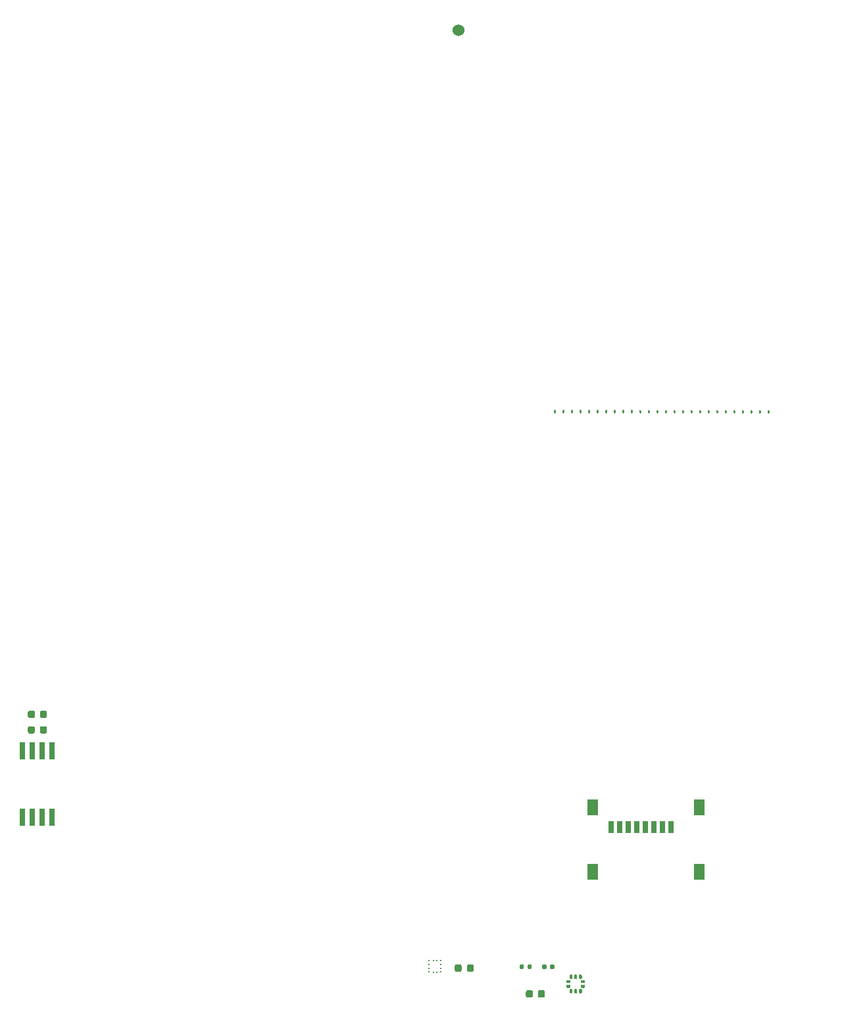
<source format=gbp>
G04 #@! TF.GenerationSoftware,KiCad,Pcbnew,(5.99.0-11164-g062c4fda62)*
G04 #@! TF.CreationDate,2021-07-14T15:35:42+03:00*
G04 #@! TF.ProjectId,hellen88bmw,68656c6c-656e-4383-9862-6d772e6b6963,rev?*
G04 #@! TF.SameCoordinates,PX3d1b110PY9269338*
G04 #@! TF.FileFunction,Paste,Bot*
G04 #@! TF.FilePolarity,Positive*
%FSLAX46Y46*%
G04 Gerber Fmt 4.6, Leading zero omitted, Abs format (unit mm)*
G04 Created by KiCad (PCBNEW (5.99.0-11164-g062c4fda62)) date 2021-07-14 15:35:42*
%MOMM*%
%LPD*%
G01*
G04 APERTURE LIST*
%ADD10C,1.524000*%
%ADD11O,0.000001X0.000001*%
%ADD12R,0.800000X1.500000*%
%ADD13R,1.450000X2.000000*%
%ADD14R,0.640000X2.160000*%
%ADD15R,0.275000X0.250000*%
%ADD16R,0.250000X0.275000*%
G04 APERTURE END LIST*
D10*
G04 #@! TO.C,\u002Aref1*
X74892400Y112356400D03*
G04 #@! TD*
G04 #@! TO.C,M7*
G36*
G01*
X114651002Y63110687D02*
X114651002Y63360687D01*
G75*
G02*
X114776002Y63485687I125000J0D01*
G01*
X114776002Y63485687D01*
G75*
G02*
X114901002Y63360687I0J-125000D01*
G01*
X114901002Y63110687D01*
G75*
G02*
X114776002Y62985687I-125000J0D01*
G01*
X114776002Y62985687D01*
G75*
G02*
X114651002Y63110687I0J125000D01*
G01*
G37*
G36*
G01*
X113800998Y63360687D02*
X113800998Y63110687D01*
G75*
G02*
X113675998Y62985687I-125000J0D01*
G01*
X113675998Y62985687D01*
G75*
G02*
X113550998Y63110687I0J125000D01*
G01*
X113550998Y63360687D01*
G75*
G02*
X113675998Y63485687I125000J0D01*
G01*
X113675998Y63485687D01*
G75*
G02*
X113800998Y63360687I0J-125000D01*
G01*
G37*
G36*
G01*
X112700997Y63360687D02*
X112700997Y63110687D01*
G75*
G02*
X112575997Y62985687I-125000J0D01*
G01*
X112575997Y62985687D01*
G75*
G02*
X112450997Y63110687I0J125000D01*
G01*
X112450997Y63360687D01*
G75*
G02*
X112575997Y63485687I125000J0D01*
G01*
X112575997Y63485687D01*
G75*
G02*
X112700997Y63360687I0J-125000D01*
G01*
G37*
G36*
G01*
X111601000Y63360687D02*
X111601000Y63110687D01*
G75*
G02*
X111476000Y62985687I-125000J0D01*
G01*
X111476000Y62985687D01*
G75*
G02*
X111351000Y63110687I0J125000D01*
G01*
X111351000Y63360687D01*
G75*
G02*
X111476000Y63485687I125000J0D01*
G01*
X111476000Y63485687D01*
G75*
G02*
X111601000Y63360687I0J-125000D01*
G01*
G37*
G36*
G01*
X110501002Y63360687D02*
X110501002Y63110687D01*
G75*
G02*
X110376002Y62985687I-125000J0D01*
G01*
X110376002Y62985687D01*
G75*
G02*
X110251002Y63110687I0J125000D01*
G01*
X110251002Y63360687D01*
G75*
G02*
X110376002Y63485687I125000J0D01*
G01*
X110376002Y63485687D01*
G75*
G02*
X110501002Y63360687I0J-125000D01*
G01*
G37*
G36*
G01*
X109401004Y63360687D02*
X109401004Y63110687D01*
G75*
G02*
X109276004Y62985687I-125000J0D01*
G01*
X109276004Y62985687D01*
G75*
G02*
X109151004Y63110687I0J125000D01*
G01*
X109151004Y63360687D01*
G75*
G02*
X109276004Y63485687I125000J0D01*
G01*
X109276004Y63485687D01*
G75*
G02*
X109401004Y63360687I0J-125000D01*
G01*
G37*
G36*
G01*
X108301006Y63360687D02*
X108301006Y63110687D01*
G75*
G02*
X108176006Y62985687I-125000J0D01*
G01*
X108176006Y62985687D01*
G75*
G02*
X108051006Y63110687I0J125000D01*
G01*
X108051006Y63360687D01*
G75*
G02*
X108176006Y63485687I125000J0D01*
G01*
X108176006Y63485687D01*
G75*
G02*
X108301006Y63360687I0J-125000D01*
G01*
G37*
G36*
G01*
X107201008Y63360687D02*
X107201008Y63110687D01*
G75*
G02*
X107076008Y62985687I-125000J0D01*
G01*
X107076008Y62985687D01*
G75*
G02*
X106951008Y63110687I0J125000D01*
G01*
X106951008Y63360687D01*
G75*
G02*
X107076008Y63485687I125000J0D01*
G01*
X107076008Y63485687D01*
G75*
G02*
X107201008Y63360687I0J-125000D01*
G01*
G37*
G36*
G01*
X106101011Y63360687D02*
X106101011Y63110687D01*
G75*
G02*
X105976011Y62985687I-125000J0D01*
G01*
X105976011Y62985687D01*
G75*
G02*
X105851011Y63110687I0J125000D01*
G01*
X105851011Y63360687D01*
G75*
G02*
X105976011Y63485687I125000J0D01*
G01*
X105976011Y63485687D01*
G75*
G02*
X106101011Y63360687I0J-125000D01*
G01*
G37*
G36*
G01*
X105001013Y63360687D02*
X105001013Y63110687D01*
G75*
G02*
X104876013Y62985687I-125000J0D01*
G01*
X104876013Y62985687D01*
G75*
G02*
X104751013Y63110687I0J125000D01*
G01*
X104751013Y63360687D01*
G75*
G02*
X104876013Y63485687I125000J0D01*
G01*
X104876013Y63485687D01*
G75*
G02*
X105001013Y63360687I0J-125000D01*
G01*
G37*
G36*
G01*
X103901015Y63360687D02*
X103901015Y63110687D01*
G75*
G02*
X103776015Y62985687I-125000J0D01*
G01*
X103776015Y62985687D01*
G75*
G02*
X103651015Y63110687I0J125000D01*
G01*
X103651015Y63360687D01*
G75*
G02*
X103776015Y63485687I125000J0D01*
G01*
X103776015Y63485687D01*
G75*
G02*
X103901015Y63360687I0J-125000D01*
G01*
G37*
G36*
G01*
X102801017Y63360687D02*
X102801017Y63110687D01*
G75*
G02*
X102676017Y62985687I-125000J0D01*
G01*
X102676017Y62985687D01*
G75*
G02*
X102551017Y63110687I0J125000D01*
G01*
X102551017Y63360687D01*
G75*
G02*
X102676017Y63485687I125000J0D01*
G01*
X102676017Y63485687D01*
G75*
G02*
X102801017Y63360687I0J-125000D01*
G01*
G37*
G36*
G01*
X101701019Y63360687D02*
X101701019Y63110687D01*
G75*
G02*
X101576019Y62985687I-125000J0D01*
G01*
X101576019Y62985687D01*
G75*
G02*
X101451019Y63110687I0J125000D01*
G01*
X101451019Y63360687D01*
G75*
G02*
X101576019Y63485687I125000J0D01*
G01*
X101576019Y63485687D01*
G75*
G02*
X101701019Y63360687I0J-125000D01*
G01*
G37*
G36*
G01*
X100601022Y63360687D02*
X100601022Y63110687D01*
G75*
G02*
X100476022Y62985687I-125000J0D01*
G01*
X100476022Y62985687D01*
G75*
G02*
X100351022Y63110687I0J125000D01*
G01*
X100351022Y63360687D01*
G75*
G02*
X100476022Y63485687I125000J0D01*
G01*
X100476022Y63485687D01*
G75*
G02*
X100601022Y63360687I0J-125000D01*
G01*
G37*
G36*
G01*
X99501024Y63360687D02*
X99501024Y63110687D01*
G75*
G02*
X99376024Y62985687I-125000J0D01*
G01*
X99376024Y62985687D01*
G75*
G02*
X99251024Y63110687I0J125000D01*
G01*
X99251024Y63360687D01*
G75*
G02*
X99376024Y63485687I125000J0D01*
G01*
X99376024Y63485687D01*
G75*
G02*
X99501024Y63360687I0J-125000D01*
G01*
G37*
G36*
G01*
X98401026Y63360687D02*
X98401026Y63110687D01*
G75*
G02*
X98276026Y62985687I-125000J0D01*
G01*
X98276026Y62985687D01*
G75*
G02*
X98151026Y63110687I0J125000D01*
G01*
X98151026Y63360687D01*
G75*
G02*
X98276026Y63485687I125000J0D01*
G01*
X98276026Y63485687D01*
G75*
G02*
X98401026Y63360687I0J-125000D01*
G01*
G37*
G36*
G01*
X97301028Y63360687D02*
X97301028Y63110687D01*
G75*
G02*
X97176028Y62985687I-125000J0D01*
G01*
X97176028Y62985687D01*
G75*
G02*
X97051028Y63110687I0J125000D01*
G01*
X97051028Y63360687D01*
G75*
G02*
X97176028Y63485687I125000J0D01*
G01*
X97176028Y63485687D01*
G75*
G02*
X97301028Y63360687I0J-125000D01*
G01*
G37*
G36*
G01*
X96201030Y63360687D02*
X96201030Y63110687D01*
G75*
G02*
X96076030Y62985687I-125000J0D01*
G01*
X96076030Y62985687D01*
G75*
G02*
X95951030Y63110687I0J125000D01*
G01*
X95951030Y63360687D01*
G75*
G02*
X96076030Y63485687I125000J0D01*
G01*
X96076030Y63485687D01*
G75*
G02*
X96201030Y63360687I0J-125000D01*
G01*
G37*
G36*
G01*
X95101033Y63360687D02*
X95101033Y63110687D01*
G75*
G02*
X94976033Y62985687I-125000J0D01*
G01*
X94976033Y62985687D01*
G75*
G02*
X94851033Y63110687I0J125000D01*
G01*
X94851033Y63360687D01*
G75*
G02*
X94976033Y63485687I125000J0D01*
G01*
X94976033Y63485687D01*
G75*
G02*
X95101033Y63360687I0J-125000D01*
G01*
G37*
G36*
G01*
X94001035Y63360687D02*
X94001035Y63110687D01*
G75*
G02*
X93876035Y62985687I-125000J0D01*
G01*
X93876035Y62985687D01*
G75*
G02*
X93751035Y63110687I0J125000D01*
G01*
X93751035Y63360687D01*
G75*
G02*
X93876035Y63485687I125000J0D01*
G01*
X93876035Y63485687D01*
G75*
G02*
X94001035Y63360687I0J-125000D01*
G01*
G37*
G36*
G01*
X92901037Y63360687D02*
X92901037Y63110687D01*
G75*
G02*
X92776037Y62985687I-125000J0D01*
G01*
X92776037Y62985687D01*
G75*
G02*
X92651037Y63110687I0J125000D01*
G01*
X92651037Y63360687D01*
G75*
G02*
X92776037Y63485687I125000J0D01*
G01*
X92776037Y63485687D01*
G75*
G02*
X92901037Y63360687I0J-125000D01*
G01*
G37*
G36*
G01*
X91801039Y63360687D02*
X91801039Y63110687D01*
G75*
G02*
X91676039Y62985687I-125000J0D01*
G01*
X91676039Y62985687D01*
G75*
G02*
X91551039Y63110687I0J125000D01*
G01*
X91551039Y63360687D01*
G75*
G02*
X91676039Y63485687I125000J0D01*
G01*
X91676039Y63485687D01*
G75*
G02*
X91801039Y63360687I0J-125000D01*
G01*
G37*
G36*
G01*
X90701041Y63360687D02*
X90701041Y63110687D01*
G75*
G02*
X90576041Y62985687I-125000J0D01*
G01*
X90576041Y62985687D01*
G75*
G02*
X90451041Y63110687I0J125000D01*
G01*
X90451041Y63360687D01*
G75*
G02*
X90576041Y63485687I125000J0D01*
G01*
X90576041Y63485687D01*
G75*
G02*
X90701041Y63360687I0J-125000D01*
G01*
G37*
G36*
G01*
X89601044Y63360687D02*
X89601044Y63110687D01*
G75*
G02*
X89476044Y62985687I-125000J0D01*
G01*
X89476044Y62985687D01*
G75*
G02*
X89351044Y63110687I0J125000D01*
G01*
X89351044Y63360687D01*
G75*
G02*
X89476044Y63485687I125000J0D01*
G01*
X89476044Y63485687D01*
G75*
G02*
X89601044Y63360687I0J-125000D01*
G01*
G37*
G36*
G01*
X88501046Y63360687D02*
X88501046Y63110687D01*
G75*
G02*
X88376046Y62985687I-125000J0D01*
G01*
X88376046Y62985687D01*
G75*
G02*
X88251046Y63110687I0J125000D01*
G01*
X88251046Y63360687D01*
G75*
G02*
X88376046Y63485687I125000J0D01*
G01*
X88376046Y63485687D01*
G75*
G02*
X88501046Y63360687I0J-125000D01*
G01*
G37*
G36*
G01*
X87401048Y63360687D02*
X87401048Y63110687D01*
G75*
G02*
X87276048Y62985687I-125000J0D01*
G01*
X87276048Y62985687D01*
G75*
G02*
X87151048Y63110687I0J125000D01*
G01*
X87151048Y63360687D01*
G75*
G02*
X87276048Y63485687I125000J0D01*
G01*
X87276048Y63485687D01*
G75*
G02*
X87401048Y63360687I0J-125000D01*
G01*
G37*
G04 #@! TD*
D11*
G04 #@! TO.C,M9*
X48174449Y71321785D03*
X49149461Y71221780D03*
X50019218Y71321785D03*
X50749455Y71321785D03*
X51644218Y71321785D03*
X53719218Y71321785D03*
X54619214Y71321785D03*
X55329456Y71321785D03*
X56349457Y71221785D03*
X57524456Y71221785D03*
X58874455Y71221785D03*
X60049454Y71221785D03*
X60949455Y70291546D03*
X60949455Y69596787D03*
X60949455Y68916547D03*
X60854457Y68096785D03*
X60949455Y66791548D03*
X60854457Y65821783D03*
X60949455Y64546785D03*
X60949455Y63896783D03*
X60854457Y62696783D03*
X60854457Y61621779D03*
X60854457Y60746777D03*
X60949455Y59921785D03*
X60949455Y54071784D03*
G04 #@! TD*
D12*
G04 #@! TO.C,J3*
X102226000Y9723000D03*
X101126000Y9723000D03*
X100026000Y9723000D03*
X98926000Y9723000D03*
X97826000Y9723000D03*
X96726000Y9723000D03*
X95626000Y9723000D03*
X94526000Y9723000D03*
D13*
X92151000Y4023000D03*
X105901000Y4023000D03*
X92151000Y12323000D03*
X105901000Y12323000D03*
G04 #@! TD*
G04 #@! TO.C,C1*
G36*
G01*
X19451000Y24023000D02*
X19451000Y24523000D01*
G75*
G02*
X19676000Y24748000I225000J0D01*
G01*
X20126000Y24748000D01*
G75*
G02*
X20351000Y24523000I0J-225000D01*
G01*
X20351000Y24023000D01*
G75*
G02*
X20126000Y23798000I-225000J0D01*
G01*
X19676000Y23798000D01*
G75*
G02*
X19451000Y24023000I0J225000D01*
G01*
G37*
G36*
G01*
X21001000Y24023000D02*
X21001000Y24523000D01*
G75*
G02*
X21226000Y24748000I225000J0D01*
G01*
X21676000Y24748000D01*
G75*
G02*
X21901000Y24523000I0J-225000D01*
G01*
X21901000Y24023000D01*
G75*
G02*
X21676000Y23798000I-225000J0D01*
G01*
X21226000Y23798000D01*
G75*
G02*
X21001000Y24023000I0J225000D01*
G01*
G37*
G04 #@! TD*
G04 #@! TO.C,C2*
G36*
G01*
X19451000Y22023000D02*
X19451000Y22523000D01*
G75*
G02*
X19676000Y22748000I225000J0D01*
G01*
X20126000Y22748000D01*
G75*
G02*
X20351000Y22523000I0J-225000D01*
G01*
X20351000Y22023000D01*
G75*
G02*
X20126000Y21798000I-225000J0D01*
G01*
X19676000Y21798000D01*
G75*
G02*
X19451000Y22023000I0J225000D01*
G01*
G37*
G36*
G01*
X21001000Y22023000D02*
X21001000Y22523000D01*
G75*
G02*
X21226000Y22748000I225000J0D01*
G01*
X21676000Y22748000D01*
G75*
G02*
X21901000Y22523000I0J-225000D01*
G01*
X21901000Y22023000D01*
G75*
G02*
X21676000Y21798000I-225000J0D01*
G01*
X21226000Y21798000D01*
G75*
G02*
X21001000Y22023000I0J225000D01*
G01*
G37*
G04 #@! TD*
D14*
G04 #@! TO.C,U1*
X18771000Y19543000D03*
X20041000Y19543000D03*
X21311000Y19543000D03*
X22581000Y19543000D03*
X22581000Y11003000D03*
X21311000Y11003000D03*
X20041000Y11003000D03*
X18771000Y11003000D03*
G04 #@! TD*
G04 #@! TO.C,R16*
G36*
G01*
X84301000Y-8042000D02*
X84301000Y-8412000D01*
G75*
G02*
X84166000Y-8547000I-135000J0D01*
G01*
X83896000Y-8547000D01*
G75*
G02*
X83761000Y-8412000I0J135000D01*
G01*
X83761000Y-8042000D01*
G75*
G02*
X83896000Y-7907000I135000J0D01*
G01*
X84166000Y-7907000D01*
G75*
G02*
X84301000Y-8042000I0J-135000D01*
G01*
G37*
G36*
G01*
X83281000Y-8042000D02*
X83281000Y-8412000D01*
G75*
G02*
X83146000Y-8547000I-135000J0D01*
G01*
X82876000Y-8547000D01*
G75*
G02*
X82741000Y-8412000I0J135000D01*
G01*
X82741000Y-8042000D01*
G75*
G02*
X82876000Y-7907000I135000J0D01*
G01*
X83146000Y-7907000D01*
G75*
G02*
X83281000Y-8042000I0J-135000D01*
G01*
G37*
G04 #@! TD*
D15*
G04 #@! TO.C,U3*
X72628976Y-7407000D03*
X72628976Y-7907000D03*
X72628976Y-8407000D03*
X72628976Y-8907000D03*
D16*
X72116476Y-8919500D03*
X71616476Y-8919500D03*
D15*
X71103976Y-8907000D03*
X71103976Y-8407000D03*
X71103976Y-7907000D03*
X71103976Y-7407000D03*
D16*
X71616476Y-7394500D03*
X72116476Y-7394500D03*
G04 #@! TD*
G04 #@! TO.C,R15*
G36*
G01*
X87211000Y-8042000D02*
X87211000Y-8412000D01*
G75*
G02*
X87076000Y-8547000I-135000J0D01*
G01*
X86806000Y-8547000D01*
G75*
G02*
X86671000Y-8412000I0J135000D01*
G01*
X86671000Y-8042000D01*
G75*
G02*
X86806000Y-7907000I135000J0D01*
G01*
X87076000Y-7907000D01*
G75*
G02*
X87211000Y-8042000I0J-135000D01*
G01*
G37*
G36*
G01*
X86191000Y-8042000D02*
X86191000Y-8412000D01*
G75*
G02*
X86056000Y-8547000I-135000J0D01*
G01*
X85786000Y-8547000D01*
G75*
G02*
X85651000Y-8412000I0J135000D01*
G01*
X85651000Y-8042000D01*
G75*
G02*
X85786000Y-7907000I135000J0D01*
G01*
X86056000Y-7907000D01*
G75*
G02*
X86191000Y-8042000I0J-135000D01*
G01*
G37*
G04 #@! TD*
G04 #@! TO.C,C4*
G36*
G01*
X85996000Y-11477000D02*
X85996000Y-11977000D01*
G75*
G02*
X85771000Y-12202000I-225000J0D01*
G01*
X85321000Y-12202000D01*
G75*
G02*
X85096000Y-11977000I0J225000D01*
G01*
X85096000Y-11477000D01*
G75*
G02*
X85321000Y-11252000I225000J0D01*
G01*
X85771000Y-11252000D01*
G75*
G02*
X85996000Y-11477000I0J-225000D01*
G01*
G37*
G36*
G01*
X84446000Y-11477000D02*
X84446000Y-11977000D01*
G75*
G02*
X84221000Y-12202000I-225000J0D01*
G01*
X83771000Y-12202000D01*
G75*
G02*
X83546000Y-11977000I0J225000D01*
G01*
X83546000Y-11477000D01*
G75*
G02*
X83771000Y-11252000I225000J0D01*
G01*
X84221000Y-11252000D01*
G75*
G02*
X84446000Y-11477000I0J-225000D01*
G01*
G37*
G04 #@! TD*
G04 #@! TO.C,C5*
G36*
G01*
X76841476Y-8157000D02*
X76841476Y-8657000D01*
G75*
G02*
X76616476Y-8882000I-225000J0D01*
G01*
X76166476Y-8882000D01*
G75*
G02*
X75941476Y-8657000I0J225000D01*
G01*
X75941476Y-8157000D01*
G75*
G02*
X76166476Y-7932000I225000J0D01*
G01*
X76616476Y-7932000D01*
G75*
G02*
X76841476Y-8157000I0J-225000D01*
G01*
G37*
G36*
G01*
X75291476Y-8157000D02*
X75291476Y-8657000D01*
G75*
G02*
X75066476Y-8882000I-225000J0D01*
G01*
X74616476Y-8882000D01*
G75*
G02*
X74391476Y-8657000I0J225000D01*
G01*
X74391476Y-8157000D01*
G75*
G02*
X74616476Y-7932000I225000J0D01*
G01*
X75066476Y-7932000D01*
G75*
G02*
X75291476Y-8157000I0J-225000D01*
G01*
G37*
G04 #@! TD*
D11*
G04 #@! TO.C,M5*
X98113500Y510476D03*
X121933496Y4460491D03*
X83238498Y3916187D03*
X121933501Y2560490D03*
X84938515Y5918164D03*
G04 #@! TD*
G04 #@! TO.C,U4*
G36*
G01*
X91151000Y-10047000D02*
X91151000Y-10247000D01*
G75*
G02*
X91051000Y-10347000I-100000J0D01*
G01*
X90701000Y-10347000D01*
G75*
G02*
X90601000Y-10247000I0J100000D01*
G01*
X90601000Y-10047000D01*
G75*
G02*
X90701000Y-9947000I100000J0D01*
G01*
X91051000Y-9947000D01*
G75*
G02*
X91151000Y-10047000I0J-100000D01*
G01*
G37*
G36*
G01*
X91151000Y-10647000D02*
X91151000Y-10847000D01*
G75*
G02*
X91051000Y-10947000I-100000J0D01*
G01*
X90701000Y-10947000D01*
G75*
G02*
X90601000Y-10847000I0J100000D01*
G01*
X90601000Y-10647000D01*
G75*
G02*
X90701000Y-10547000I100000J0D01*
G01*
X91051000Y-10547000D01*
G75*
G02*
X91151000Y-10647000I0J-100000D01*
G01*
G37*
G36*
G01*
X90751000Y-11197000D02*
X90751000Y-11547000D01*
G75*
G02*
X90651000Y-11647000I-100000J0D01*
G01*
X90451000Y-11647000D01*
G75*
G02*
X90351000Y-11547000I0J100000D01*
G01*
X90351000Y-11197000D01*
G75*
G02*
X90451000Y-11097000I100000J0D01*
G01*
X90651000Y-11097000D01*
G75*
G02*
X90751000Y-11197000I0J-100000D01*
G01*
G37*
G36*
G01*
X90151000Y-11197000D02*
X90151000Y-11547000D01*
G75*
G02*
X90051000Y-11647000I-100000J0D01*
G01*
X89851000Y-11647000D01*
G75*
G02*
X89751000Y-11547000I0J100000D01*
G01*
X89751000Y-11197000D01*
G75*
G02*
X89851000Y-11097000I100000J0D01*
G01*
X90051000Y-11097000D01*
G75*
G02*
X90151000Y-11197000I0J-100000D01*
G01*
G37*
G36*
G01*
X89551000Y-11197000D02*
X89551000Y-11547000D01*
G75*
G02*
X89451000Y-11647000I-100000J0D01*
G01*
X89251000Y-11647000D01*
G75*
G02*
X89151000Y-11547000I0J100000D01*
G01*
X89151000Y-11197000D01*
G75*
G02*
X89251000Y-11097000I100000J0D01*
G01*
X89451000Y-11097000D01*
G75*
G02*
X89551000Y-11197000I0J-100000D01*
G01*
G37*
G36*
G01*
X89301000Y-10647000D02*
X89301000Y-10847000D01*
G75*
G02*
X89201000Y-10947000I-100000J0D01*
G01*
X88851000Y-10947000D01*
G75*
G02*
X88751000Y-10847000I0J100000D01*
G01*
X88751000Y-10647000D01*
G75*
G02*
X88851000Y-10547000I100000J0D01*
G01*
X89201000Y-10547000D01*
G75*
G02*
X89301000Y-10647000I0J-100000D01*
G01*
G37*
G36*
G01*
X89301000Y-10047000D02*
X89301000Y-10247000D01*
G75*
G02*
X89201000Y-10347000I-100000J0D01*
G01*
X88851000Y-10347000D01*
G75*
G02*
X88751000Y-10247000I0J100000D01*
G01*
X88751000Y-10047000D01*
G75*
G02*
X88851000Y-9947000I100000J0D01*
G01*
X89201000Y-9947000D01*
G75*
G02*
X89301000Y-10047000I0J-100000D01*
G01*
G37*
G36*
G01*
X89551000Y-9347000D02*
X89551000Y-9697000D01*
G75*
G02*
X89451000Y-9797000I-100000J0D01*
G01*
X89251000Y-9797000D01*
G75*
G02*
X89151000Y-9697000I0J100000D01*
G01*
X89151000Y-9347000D01*
G75*
G02*
X89251000Y-9247000I100000J0D01*
G01*
X89451000Y-9247000D01*
G75*
G02*
X89551000Y-9347000I0J-100000D01*
G01*
G37*
G36*
G01*
X90151000Y-9347000D02*
X90151000Y-9697000D01*
G75*
G02*
X90051000Y-9797000I-100000J0D01*
G01*
X89851000Y-9797000D01*
G75*
G02*
X89751000Y-9697000I0J100000D01*
G01*
X89751000Y-9347000D01*
G75*
G02*
X89851000Y-9247000I100000J0D01*
G01*
X90051000Y-9247000D01*
G75*
G02*
X90151000Y-9347000I0J-100000D01*
G01*
G37*
G36*
G01*
X90751000Y-9347000D02*
X90751000Y-9697000D01*
G75*
G02*
X90651000Y-9797000I-100000J0D01*
G01*
X90451000Y-9797000D01*
G75*
G02*
X90351000Y-9697000I0J100000D01*
G01*
X90351000Y-9347000D01*
G75*
G02*
X90451000Y-9247000I100000J0D01*
G01*
X90651000Y-9247000D01*
G75*
G02*
X90751000Y-9347000I0J-100000D01*
G01*
G37*
G04 #@! TD*
M02*

</source>
